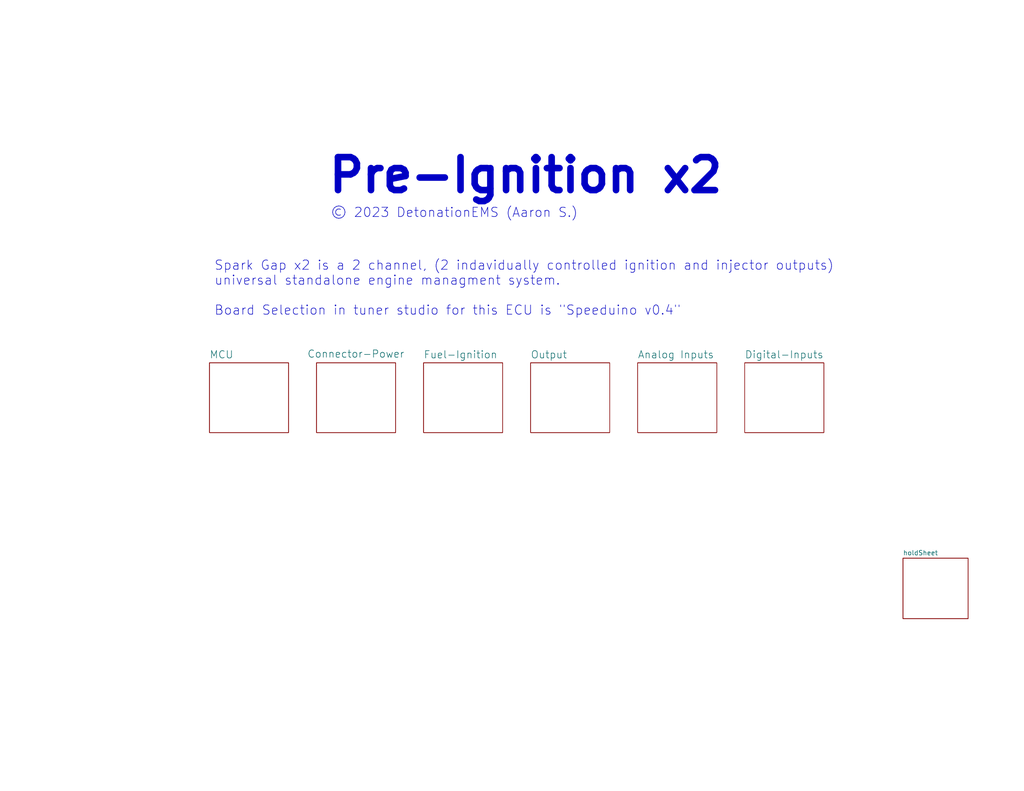
<source format=kicad_sch>
(kicad_sch (version 20230121) (generator eeschema)
  (paper "USLetter")
  (title_block (title "Pre-Ignition X2") (date "2023-06-15") (rev "B") (company "DetonationEMS"))
  (lib_symbols)
  (text "Pre-Ignition x2" (at 88.9 53.34 0) (effects (font (size 9 9) (thickness 1.8) bold) (justify left bottom)))
  (text "Spark Gap x2 is a 2 channel, (2 indavidually controlled ignition and injector outputs)\nuniversal standalone engine managment system. \n\nBoard Selection in tuner studio for this ECU is \"Speeduino v0.4\"" (at 58.42 86.36 0) (effects (font (size 2.54 2.54)) (justify left bottom)))
  (text "© 2023 DetonationEMS (Aaron S.)" (at 90.17 59.69 0) (effects (font (size 2.54 2.54)) (justify left bottom)))
  (sheet (at 115.57 99.06) (size 21.59 19.05)
    (property "Sheetname" "Fuel-Ignition" (at 115.57 97.9834 0) (effects (font (size 2 2)) (justify left bottom)))
    (property "Sheetfile" "Fuel-Ignition.kicad_sch" (effects hide))
  )
  (sheet (at 173.99 99.06) (size 21.59 19.05)
    (property "Sheetname" "Analog Inputs" (at 173.99 97.9834 0) (effects (font (size 2 2)) (justify left bottom)))
    (property "Sheetfile" "Analog.kicad_sch" (effects hide))
  )
  (sheet (at 144.78 99.06) (size 21.59 19.05)
    (property "Sheetname" "Output" (at 144.78 97.9834 0) (effects (font (size 2 2)) (justify left bottom)))
    (property "Sheetfile" "Output.kicad_sch" (effects hide))
  )
  (sheet (at 57.15 99.06) (size 21.59 19.05) (stroke (width 0.1524))
    (property "Sheetname" "MCU" (at 57.15 97.9834 0) (effects (font (size 2 2)) (justify left bottom)))
    (property "Sheetfile" "mcu.kicad_sch" (effects hide))
  )
  (sheet (at 203.2 99.06) (size 21.59 19.05) (stroke (width 0.1524))
    (property "Sheetname" "Digital-Inputs" (at 203.2 97.9834 0) (effects (font (size 2 2)) (justify left bottom)))
    (property "Sheetfile" "digital.kicad_sch" (effects hide))
  )
  (sheet (at 246.38 152.4) (size 17.78 16.51) (stroke (width 0.1524))
    (property "Sheetname" "holdSheet" (at 246.38 151.6884 0) (effects (justify left bottom)))
    (property "Sheetfile" "holdSheet.kicad_sch" (effects hide))
  )
  (sheet (at 86.36 99.06) (size 21.59 19.05) (stroke (width 0.1524))
    (property "Sheetname" "Connector-Power" (at 83.82 97.79 0) (effects (font (size 2 2)) (justify left bottom)))
    (property "Sheetfile" "connector-power.kicad_sch" (effects hide))
  )
)
</source>
